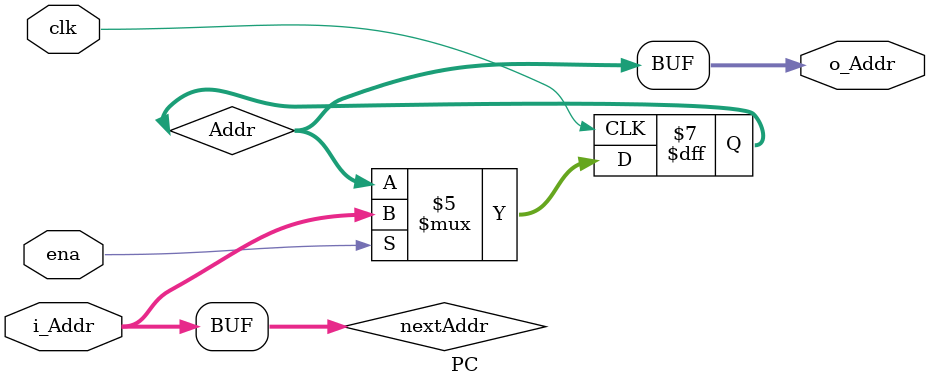
<source format=v>
`timescale 1ns / 1ps

module PC (
	input  wire [10:0] i_Addr  ,
	input  wire        ena     ,
	input  wire        clk     ,
	output wire [10:0] o_Addr  
);

    reg [10:0] Addr = 10'b0;
    reg [10:0] nextAddr = 10'b0;

	always @(negedge clk) begin : proc_o_Addr
		if(ena) begin
			Addr <= nextAddr;
		end
	end
	
	
	always@(*) begin
	   nextAddr = i_Addr;
	end
	
	assign o_Addr = Addr;

endmodule
</source>
